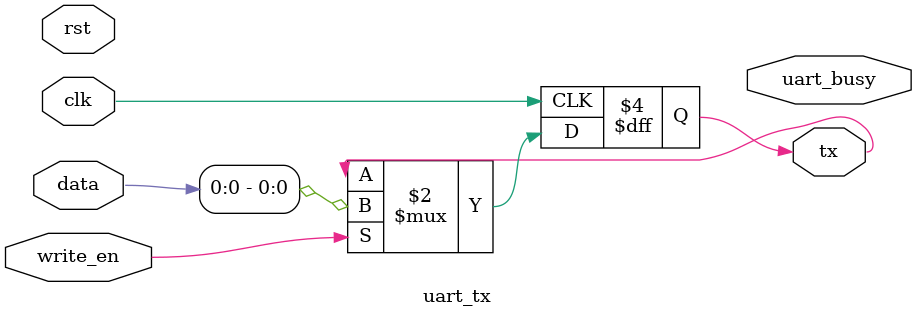
<source format=v>
module uart_tx(
    input clk,
    input rst,
    input write_en,
    input [7:0] data,
    output reg tx,
    output reg uart_busy
);

    always @(posedge clk) begin
        if (write_en) begin
            tx <= data;
        end
    end

endmodule



</source>
